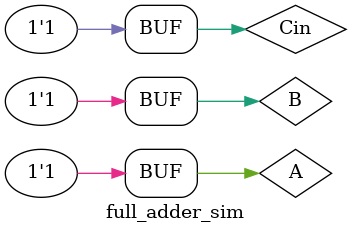
<source format=v>
`timescale 1ns / 1ps


module full_adder_sim(

    );
    
    //Inouts
    reg A;
    reg B;
    reg Cin;
    
    //Outputs
    wire Sum;
    wire Carry;
    
    //Instantiate the UUT
    full_adder UUT(
    .A(A),
    .B(B),
    .Cin(Cin),
    .Sum(Sum),
    .Carry(Carry)
    );
    
    initial begin
        A = 0;
        B = 0;
        Cin = 0;
        #100;
        A = 0;
        B = 0;
        Cin = 1;
        #100;
        A = 0;
        B = 1;
        Cin = 0;
        #100;
        A = 0;
        B = 1;
        Cin = 1;
        #100;
        A = 1;
        B = 0;
        Cin = 0;
        #100;
        A = 1;
        B = 0;
        Cin = 1;
        #100;
        A = 1;
        B = 1;
        Cin = 0;
        #100;
        A = 1;
        B = 1;
        Cin = 1;
        #100;
    end
       
    
    
    
endmodule

</source>
